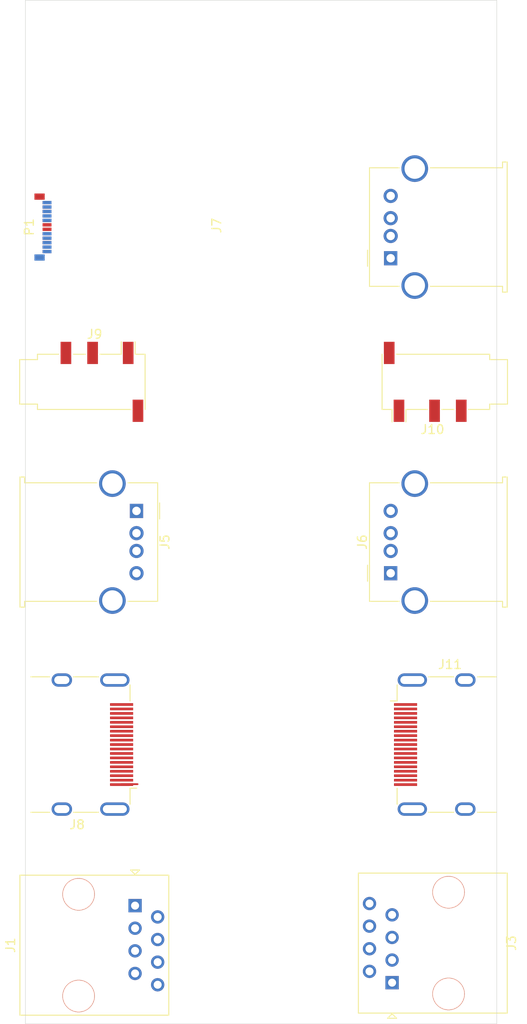
<source format=kicad_pcb>
(kicad_pcb (version 20241229) (generator "pcbnew") (generator_version "9.0")
  (layers (0 "F.Cu" signal) (4 "In1.Cu" signal) (6 "In2.Cu" signal) (2 "B.Cu" signal) (13 "F.Paste" user) (15 "B.Paste" user) (5 "F.SilkS" user "F.Silkscreen") (7 "B.SilkS" user "B.Silkscreen") (1 "F.Mask" user) (3 "B.Mask" user) (25 "Edge.Cuts" user))
  (net 0 "")
  (net 1 "Net-(J1-Pad6)")
  (net 2 "Net-(J1-Pad4)")
  (net 3 "Net-(J1-Pad5)")
  (net 4 "Net-(J1-Pad2)")
  (net 5 "Net-(J1-Pad1)")
  (net 6 "Net-(J1-Pad8)")
  (net 7 "Net-(J1-Pad7)")
  (net 8 "Net-(J1-Pad3)")
  (net 9 "Net-(J5-GND)")
  (net 10 "Net-(J5-Shield)")
  (net 11 "Net-(J5-VBUS)")
  (net 12 "Net-(J7-GND)")
  (net 13 "Net-(J7-VBUS)")
  (net 14 "Net-(J7-Shield)")
  (net 15 "Net-(J11-D2S)")
  (net 16 "Net-(J11-UTILITY)")
  (net 17 "Net-(J11-+5V)")
  (net 18 "Net-(J11-D0S)")
  (net 19 "Net-(J11-PadSH)")
  (net 20 "Net-(J11-CKS)")
  (net 21 "Net-(J11-SCL)")
  (net 22 "Net-(J11-HPD)")
  (net 23 "Net-(J11-GND)")
  (net 24 "Net-(J11-SDA)")
  (net 25 "Net-(J11-D1S)")
  (net 26 "Net-(J11-CEC)")
  (net 27 "Net-(J10-PadS)")
  (net 28 "Net-(J10-PadR2)")
  (net 29 "Net-(J10-PadR1)")
  (net 30 "Net-(J10-PadT)")
  (net 43 "/USB-A-USB-A-D+")
  (net 44 "/USB-A-USB-A-D-")
  (net 45 "/USB-C-USB-A-D+")
  (net 46 "/USB-C-USB-A-D-")
  (net 47 "/HDMI-D2+")
  (net 48 "/HDMI-D0-")
  (net 49 "/HDMI-CK+")
  (net 50 "/HDMI-D1-")
  (net 51 "/HDMI-CK-")
  (net 52 "/HDMI-D0+")
  (net 53 "/HDMI-D2-")
  (net 54 "/HDMI-D1+")
  (footprint "Connector_USB:USB_C_Plug_Molex_105444" (layer "F.Cu") (at 73.04 69.610708 -90)
    (property "Reference" "P1" (at 0 2.04 90) (layer "F.SilkS"))
    (property "Value" "USB_C_Plug")
    (pad "A1" smd rect (at -2.75 0.04 270) (size 0.38 1) (layers "F.Cu" "F.Mask" "F.Paste") (net 12 "Net-(J7-GND)"))
    (pad "A2" smd rect (at -2.25 0.04 270) (size 0.38 1) (layers "F.Cu" "F.Mask" "F.Paste"))
    (pad "A3" smd rect (at -1.75 0.04 270) (size 0.38 1) (layers "F.Cu" "F.Mask" "F.Paste"))
    (pad "A4" smd rect (at -1.25 0.04 270) (size 0.38 1) (layers "F.Cu" "F.Mask" "F.Paste") (net 13 "Net-(J7-VBUS)"))
    (pad "A5" smd rect (at -0.75 0.04 270) (size 0.38 1) (layers "F.Cu" "F.Mask" "F.Paste"))
    (pad "A6" smd rect (at -0.25 0.04 270) (size 0.38 1) (layers "F.Cu" "F.Mask" "F.Paste") (net 45 "/USB-C-USB-A-D+"))
    (pad "A7" smd rect (at 0.25 0.04 270) (size 0.38 1) (layers "F.Cu" "F.Mask" "F.Paste") (net 46 "/USB-C-USB-A-D-"))
    (pad "A8" smd rect (at 0.75 0.04 270) (size 0.38 1) (layers "F.Cu" "F.Mask" "F.Paste"))
    (pad "A9" smd rect (at 1.25 0.04 270) (size 0.38 1) (layers "F.Cu" "F.Mask" "F.Paste") (net 13 "Net-(J7-VBUS)"))
    (pad "A10" smd rect (at 1.75 0.04 270) (size 0.38 1) (layers "F.Cu" "F.Mask" "F.Paste"))
    (pad "A11" smd rect (at 2.25 0.04 270) (size 0.38 1) (layers "F.Cu" "F.Mask" "F.Paste"))
    (pad "A12" smd rect (at 2.75 0.04 270) (size 0.38 1) (layers "F.Cu" "F.Mask" "F.Paste") (net 12 "Net-(J7-GND)"))
    (pad "B1" smd rect (at 2.75 0.04 270) (size 0.38 1) (layers "B.Cu" "B.Mask" "B.Paste") (net 12 "Net-(J7-GND)"))
    (pad "B2" smd rect (at 2.25 0.04 270) (size 0.38 1) (layers "B.Cu" "B.Mask" "B.Paste"))
    (pad "B3" smd rect (at 1.75 0.04 270) (size 0.38 1) (layers "B.Cu" "B.Mask" "B.Paste"))
    (pad "B4" smd rect (at 1.25 0.04 270) (size 0.38 1) (layers "B.Cu" "B.Mask" "B.Paste") (net 13 "Net-(J7-VBUS)"))
    (pad "B5" smd rect (at 0.75 0.04 270) (size 0.38 1) (layers "B.Cu" "B.Mask" "B.Paste"))
    (pad "B8" smd rect (at -0.75 0.04 270) (size 0.38 1) (layers "B.Cu" "B.Mask" "B.Paste"))
    (pad "B9" smd rect (at -1.25 0.04 270) (size 0.38 1) (layers "B.Cu" "B.Mask" "B.Paste") (net 13 "Net-(J7-VBUS)"))
    (pad "B10" smd rect (at -1.75 0.04 270) (size 0.38 1) (layers "B.Cu" "B.Mask" "B.Paste"))
    (pad "B11" smd rect (at -2.25 0.04 270) (size 0.38 1) (layers "B.Cu" "B.Mask" "B.Paste"))
    (pad "B12" smd rect (at -2.75 0.04 270) (size 0.38 1) (layers "B.Cu" "B.Mask" "B.Paste") (net 12 "Net-(J7-GND)"))
    (pad "S1" smd rect (at -3.42 0.88 270) (size 0.7 1.15) (layers "F.Cu" "F.Mask" "F.Paste") (net 14 "Net-(J7-Shield)"))
    (pad "S1" smd rect (at 3.42 0.88 270) (size 0.7 1.15) (layers "B.Cu" "B.Mask" "B.Paste") (net 14 "Net-(J7-Shield)"))
  )
  (footprint "Connector_USB:USB_A_Molex_67643_Horizontal" (layer "F.Cu") (at 111.64 73.110708 90)
    (property "Reference" "J7" (at 3.6725 -19.56675 90) (layer "F.SilkS"))
    (property "Value" "USB_A")
    (fp_line (start -0.9 -2.6) (end 0.9 -2.6) (stroke (width 0.12)) (layer "F.SilkS"))
    (fp_line (start 10.16 -2.38) (end 10.16 0.95) (stroke (width 0.12)) (layer "F.SilkS"))
    (fp_line (start -3.16 -2.38) (end 10.16 -2.38) (stroke (width 0.12)) (layer "F.SilkS"))
    (fp_line (start -3.16 -2.38) (end -3.16 0.95) (stroke (width 0.12)) (layer "F.SilkS"))
    (fp_line (start 10.16 4.47) (end 10.16 12.58) (stroke (width 0.12)) (layer "F.SilkS"))
    (fp_line (start 10.81 12.58) (end 10.16 12.58) (stroke (width 0.12)) (layer "F.SilkS"))
    (fp_line (start -3.16 12.58) (end -3.16 4.47) (stroke (width 0.12)) (layer "F.SilkS"))
    (fp_line (start -3.16 12.58) (end -3.81 12.58) (stroke (width 0.12)) (layer "F.SilkS"))
    (fp_line (start -3.81 12.58) (end -3.81 13.1) (stroke (width 0.12)) (layer "F.SilkS"))
    (fp_line (start 10.81 13.1) (end 10.81 12.58) (stroke (width 0.12)) (layer "F.SilkS"))
    (fp_line (start -3.81 13.1) (end 10.81 13.1) (stroke (width 0.12)) (layer "F.SilkS"))
    (pad "1" thru_hole rect (at 0 0 90) (size 1.6 1.5) (drill 0.95) (layers "*.Cu" "*.Mask") (net 13 "Net-(J7-VBUS)"))
    (pad "2" thru_hole circle (at 2.5 0 90) (size 1.6 1.6) (drill 0.95) (layers "*.Cu" "*.Mask") (net 46 "/USB-C-USB-A-D-"))
    (pad "3" thru_hole circle (at 4.5 0 90) (size 1.6 1.6) (drill 0.95) (layers "*.Cu" "*.Mask") (net 45 "/USB-C-USB-A-D+"))
    (pad "4" thru_hole circle (at 7 0 90) (size 1.6 1.6) (drill 0.95) (layers "*.Cu" "*.Mask") (net 12 "Net-(J7-GND)"))
    (pad "5" thru_hole circle (at -3.07 2.71 90) (size 3 3) (drill 2.3) (layers "*.Cu" "*.Mask") (net 14 "Net-(J7-Shield)"))
    (pad "5" thru_hole circle (at 10.07 2.71 90) (size 3 3) (drill 2.3) (layers "*.Cu" "*.Mask") (net 14 "Net-(J7-Shield)"))
  )
  (footprint "Connector_USB:USB_A_Molex_67643_Horizontal" (layer "F.Cu") (at 111.64 108.5 90)
    (property "Reference" "J6" (at 3.5 -3.19 90) (layer "F.SilkS"))
    (property "Value" "USB_A")
    (fp_line (start -0.9 -2.6) (end 0.9 -2.6) (stroke (width 0.12)) (layer "F.SilkS"))
    (fp_line (start 10.16 -2.38) (end 10.16 0.95) (stroke (width 0.12)) (layer "F.SilkS"))
    (fp_line (start -3.16 -2.38) (end 10.16 -2.38) (stroke (width 0.12)) (layer "F.SilkS"))
    (fp_line (start -3.16 -2.38) (end -3.16 0.95) (stroke (width 0.12)) (layer "F.SilkS"))
    (fp_line (start 10.16 4.47) (end 10.16 12.58) (stroke (width 0.12)) (layer "F.SilkS"))
    (fp_line (start 10.81 12.58) (end 10.16 12.58) (stroke (width 0.12)) (layer "F.SilkS"))
    (fp_line (start -3.16 12.58) (end -3.16 4.47) (stroke (width 0.12)) (layer "F.SilkS"))
    (fp_line (start -3.16 12.58) (end -3.81 12.58) (stroke (width 0.12)) (layer "F.SilkS"))
    (fp_line (start -3.81 12.58) (end -3.81 13.1) (stroke (width 0.12)) (layer "F.SilkS"))
    (fp_line (start 10.81 13.1) (end 10.81 12.58) (stroke (width 0.12)) (layer "F.SilkS"))
    (fp_line (start -3.81 13.1) (end 10.81 13.1) (stroke (width 0.12)) (layer "F.SilkS"))
    (pad "1" thru_hole rect (at 0 0 90) (size 1.6 1.5) (drill 0.95) (layers "*.Cu" "*.Mask") (net 11 "Net-(J5-VBUS)"))
    (pad "2" thru_hole circle (at 2.5 0 90) (size 1.6 1.6) (drill 0.95) (layers "*.Cu" "*.Mask") (net 44 "/USB-A-USB-A-D-"))
    (pad "3" thru_hole circle (at 4.5 0 90) (size 1.6 1.6) (drill 0.95) (layers "*.Cu" "*.Mask") (net 43 "/USB-A-USB-A-D+"))
    (pad "4" thru_hole circle (at 7 0 90) (size 1.6 1.6) (drill 0.95) (layers "*.Cu" "*.Mask") (net 9 "Net-(J5-GND)"))
    (pad "5" thru_hole circle (at -3.07 2.71 90) (size 3 3) (drill 2.3) (layers "*.Cu" "*.Mask") (net 10 "Net-(J5-Shield)"))
    (pad "5" thru_hole circle (at 10.07 2.71 90) (size 3 3) (drill 2.3) (layers "*.Cu" "*.Mask") (net 10 "Net-(J5-Shield)"))
  )
  (footprint "Connector_Audio:Jack_3.5mm_PJ320D_Horizontal" (layer "F.Cu") (at 78.3 87)
    (property "Reference" "J9" (at 0.05 -5.35 0) (layer "F.SilkS"))
    (property "Value" "AudioJack4")
    (fp_line (start -8.375 -2.5) (end -8.375 2.5) (stroke (width 0.12)) (layer "F.SilkS"))
    (fp_line (start -6.375 -3.1) (end -6.375 -2.5) (stroke (width 0.12)) (layer "F.SilkS"))
    (fp_line (start -6.375 -3.1) (end -4 -3.1) (stroke (width 0.12)) (layer "F.SilkS"))
    (fp_line (start -6.375 -2.5) (end -8.375 -2.5) (stroke (width 0.12)) (layer "F.SilkS"))
    (fp_line (start -6.375 2.5) (end -8.375 2.5) (stroke (width 0.12)) (layer "F.SilkS"))
    (fp_line (start -6.375 2.5) (end -6.375 3.1) (stroke (width 0.12)) (layer "F.SilkS"))
    (fp_line (start -2.35 -3.1) (end -1 -3.1) (stroke (width 0.12)) (layer "F.SilkS"))
    (fp_line (start 0.65 -3.1) (end 3.05 -3.1) (stroke (width 0.12)) (layer "F.SilkS"))
    (fp_line (start 3.05 -3.1) (end 3.05 -4.5) (stroke (width 0.12)) (layer "F.SilkS"))
    (fp_line (start 4.15 3.1) (end -6.375 3.1) (stroke (width 0.12)) (layer "F.SilkS"))
    (fp_line (start 4.6 -3.1) (end 4.6 -4.5) (stroke (width 0.12)) (layer "F.SilkS"))
    (fp_line (start 4.6 -3.1) (end 5.725 -3.1) (stroke (width 0.12)) (layer "F.SilkS"))
    (fp_line (start 5.725 3.1) (end 5.725 -3.1) (stroke (width 0.12)) (layer "F.SilkS"))
    (pad "" np_thru_hole circle (at -4.775 0) (size 1.5 1.5) (drill 1.5) (layers "*.Cu" "*.Mask"))
    (pad "" np_thru_hole circle (at 2.225 0) (size 1.5 1.5) (drill 1.5) (layers "*.Cu" "*.Mask"))
    (pad "R1" smd rect (at -0.175 -3.25) (size 1.2 2.5) (layers "F.Cu" "F.Mask" "F.Paste") (net 29 "Net-(J10-PadR1)"))
    (pad "R2" smd rect (at -3.175 -3.25) (size 1.2 2.5) (layers "F.Cu" "F.Mask" "F.Paste") (net 28 "Net-(J10-PadR2)"))
    (pad "S" smd rect (at 4.925 3.25) (size 1.2 2.5) (layers "F.Cu" "F.Mask" "F.Paste") (net 27 "Net-(J10-PadS)"))
    (pad "T" smd rect (at 3.825 -3.25) (size 1.2 2.5) (layers "F.Cu" "F.Mask" "F.Paste") (net 30 "Net-(J10-PadT)"))
  )
  (footprint "Connector_RJ:RJ45_OST_PJ012-8P8CX_Vertical" (layer "F.Cu") (at 82.9 145.845 -90)
    (property "Reference" "J1" (at 4.45 14 90) (layer "F.SilkS"))
    (property "Value" "RJ45")
    (fp_line (start 12.31 12.95) (end -3.42 12.95) (stroke (width 0.12)) (layer "F.SilkS"))
    (fp_line (start -4 0.5) (end -3.5 0) (stroke (width 0.12)) (layer "F.SilkS"))
    (fp_line (start -3.5 0) (end -4 -0.5) (stroke (width 0.12)) (layer "F.SilkS"))
    (fp_line (start -4 -0.5) (end -4 0.5) (stroke (width 0.12)) (layer "F.SilkS"))
    (fp_line (start -3.42 -3.79) (end -3.42 12.95) (stroke (width 0.12)) (layer "F.SilkS"))
    (fp_line (start 12.3 -3.79) (end -3.42 -3.79) (stroke (width 0.12)) (layer "F.SilkS"))
    (fp_line (start 12.31 -3.79) (end 12.31 12.95) (stroke (width 0.12)) (layer "F.SilkS"))
    (pad "" np_thru_hole circle (at -1.27 6.35 270) (size 3.65 3.65) (drill 3.45) (layers "*.Cu" "*.SilkS" "*.Mask"))
    (pad "" np_thru_hole circle (at 10.16 6.35 270) (size 3.65 3.65) (drill 3.45) (layers "*.Cu" "*.SilkS" "*.Mask"))
    (pad "1" thru_hole rect (at 0 0 270) (size 1.5 1.5) (drill 0.9) (layers "*.Cu" "*.Mask") (net 5 "Net-(J1-Pad1)"))
    (pad "2" thru_hole circle (at 1.27 -2.54 270) (size 1.5 1.5) (drill 0.9) (layers "*.Cu" "*.Mask") (net 4 "Net-(J1-Pad2)"))
    (pad "3" thru_hole circle (at 2.54 0 270) (size 1.5 1.5) (drill 0.9) (layers "*.Cu" "*.Mask") (net 8 "Net-(J1-Pad3)"))
    (pad "4" thru_hole circle (at 3.81 -2.54 270) (size 1.5 1.5) (drill 0.9) (layers "*.Cu" "*.Mask") (net 2 "Net-(J1-Pad4)"))
    (pad "5" thru_hole circle (at 5.08 0 270) (size 1.5 1.5) (drill 0.9) (layers "*.Cu" "*.Mask") (net 3 "Net-(J1-Pad5)"))
    (pad "6" thru_hole circle (at 6.35 -2.54 270) (size 1.5 1.5) (drill 0.9) (layers "*.Cu" "*.Mask") (net 1 "Net-(J1-Pad6)"))
    (pad "7" thru_hole circle (at 7.62 0 270) (size 1.5 1.5) (drill 0.9) (layers "*.Cu" "*.Mask") (net 7 "Net-(J1-Pad7)"))
    (pad "8" thru_hole circle (at 8.89 -2.54 270) (size 1.5 1.5) (drill 0.9) (layers "*.Cu" "*.Mask") (net 6 "Net-(J1-Pad8)"))
  )
  (footprint "Connector_Video:HDMI_A_Molex_208658-1001_Horizontal" (layer "F.Cu") (at 116.6 127.75)
    (property "Reference" "J11" (at 1.715 -9 0) (layer "F.SilkS"))
    (property "Value" "HDMI_A")
    (fp_line (start -4.985 -4.9) (end -4.235 -4.9) (stroke (width 0.12)) (layer "F.SilkS"))
    (fp_line (start -4.235 -4.9) (end -4.235 -6.7) (stroke (width 0.12)) (layer "F.SilkS"))
    (fp_line (start -4.235 6.7) (end -4.235 4.9) (stroke (width 0.12)) (layer "F.SilkS"))
    (fp_line (start -0.685 -7.61) (end 2.115 -7.61) (stroke (width 0.12)) (layer "F.SilkS"))
    (fp_line (start -0.685 7.61) (end 2.115 7.61) (stroke (width 0.12)) (layer "F.SilkS"))
    (fp_line (start 4.815 -7.61) (end 6.915 -7.61) (stroke (width 0.12)) (layer "F.SilkS"))
    (fp_line (start 4.815 7.61) (end 6.915 7.61) (stroke (width 0.12)) (layer "F.SilkS"))
    (pad "1" smd rect (at -3.285 -4.5) (size 2.6 0.3) (layers "F.Cu" "F.Mask" "F.Paste") (net 47 "/HDMI-D2+"))
    (pad "2" smd rect (at -3.285 -4) (size 2.6 0.3) (layers "F.Cu" "F.Mask" "F.Paste") (net 15 "Net-(J11-D2S)"))
    (pad "3" smd rect (at -3.285 -3.5) (size 2.6 0.3) (layers "F.Cu" "F.Mask" "F.Paste") (net 53 "/HDMI-D2-"))
    (pad "4" smd rect (at -3.285 -3) (size 2.6 0.3) (layers "F.Cu" "F.Mask" "F.Paste") (net 54 "/HDMI-D1+"))
    (pad "5" smd rect (at -3.285 -2.5) (size 2.6 0.3) (layers "F.Cu" "F.Mask" "F.Paste") (net 25 "Net-(J11-D1S)"))
    (pad "6" smd rect (at -3.285 -2) (size 2.6 0.3) (layers "F.Cu" "F.Mask" "F.Paste") (net 50 "/HDMI-D1-"))
    (pad "7" smd rect (at -3.285 -1.5) (size 2.6 0.3) (layers "F.Cu" "F.Mask" "F.Paste") (net 52 "/HDMI-D0+"))
    (pad "8" smd rect (at -3.285 -1) (size 2.6 0.3) (layers "F.Cu" "F.Mask" "F.Paste") (net 18 "Net-(J11-D0S)"))
    (pad "9" smd rect (at -3.285 -0.5) (size 2.6 0.3) (layers "F.Cu" "F.Mask" "F.Paste") (net 48 "/HDMI-D0-"))
    (pad "10" smd rect (at -3.285 0) (size 2.6 0.3) (layers "F.Cu" "F.Mask" "F.Paste") (net 49 "/HDMI-CK+"))
    (pad "11" smd rect (at -3.285 0.5) (size 2.6 0.3) (layers "F.Cu" "F.Mask" "F.Paste") (net 20 "Net-(J11-CKS)"))
    (pad "12" smd rect (at -3.285 1) (size 2.6 0.3) (layers "F.Cu" "F.Mask" "F.Paste") (net 51 "/HDMI-CK-"))
    (pad "13" smd rect (at -3.285 1.5) (size 2.6 0.3) (layers "F.Cu" "F.Mask" "F.Paste") (net 26 "Net-(J11-CEC)"))
    (pad "14" smd rect (at -3.285 2) (size 2.6 0.3) (layers "F.Cu" "F.Mask" "F.Paste") (net 16 "Net-(J11-UTILITY)"))
    (pad "15" smd rect (at -3.285 2.5) (size 2.6 0.3) (layers "F.Cu" "F.Mask" "F.Paste") (net 21 "Net-(J11-SCL)"))
    (pad "16" smd rect (at -3.285 3) (size 2.6 0.3) (layers "F.Cu" "F.Mask" "F.Paste") (net 24 "Net-(J11-SDA)"))
    (pad "17" smd rect (at -3.285 3.5) (size 2.6 0.3) (layers "F.Cu" "F.Mask" "F.Paste") (net 23 "Net-(J11-GND)"))
    (pad "18" smd rect (at -3.285 4) (size 2.6 0.3) (layers "F.Cu" "F.Mask" "F.Paste") (net 17 "Net-(J11-+5V)"))
    (pad "19" smd rect (at -3.285 4.5) (size 2.6 0.3) (layers "F.Cu" "F.Mask" "F.Paste") (net 22 "Net-(J11-HPD)"))
    (pad "SH" thru_hole oval (at -2.525 -7.25) (size 3.3 1.5) (drill oval 2.7 0.9) (layers "*.Cu" "*.Mask") (net 19 "Net-(J11-PadSH)"))
    (pad "SH" thru_hole oval (at -2.525 7.25) (size 3.3 1.5) (drill oval 2.7 0.9) (layers "*.Cu" "*.Mask") (net 19 "Net-(J11-PadSH)"))
    (pad "SH" thru_hole oval (at 3.435 -7.25) (size 2.3 1.5) (drill oval 1.7 0.9) (layers "*.Cu" "*.Mask") (net 19 "Net-(J11-PadSH)"))
    (pad "SH" thru_hole oval (at 3.435 7.25) (size 2.3 1.5) (drill oval 1.7 0.9) (layers "*.Cu" "*.Mask") (net 19 "Net-(J11-PadSH)"))
  )
  (footprint "Connector_USB:USB_A_Molex_67643_Horizontal" (layer "F.Cu") (at 83.06 101.5 -90)
    (property "Reference" "J5" (at 3.5 -3.19 90) (layer "F.SilkS"))
    (property "Value" "USB_A")
    (fp_line (start -3.81 13.1) (end 10.81 13.1) (stroke (width 0.12)) (layer "F.SilkS"))
    (fp_line (start 10.81 13.1) (end 10.81 12.58) (stroke (width 0.12)) (layer "F.SilkS"))
    (fp_line (start -3.81 12.58) (end -3.81 13.1) (stroke (width 0.12)) (layer "F.SilkS"))
    (fp_line (start -3.16 12.58) (end -3.81 12.58) (stroke (width 0.12)) (layer "F.SilkS"))
    (fp_line (start -3.16 12.58) (end -3.16 4.47) (stroke (width 0.12)) (layer "F.SilkS"))
    (fp_line (start 10.81 12.58) (end 10.16 12.58) (stroke (width 0.12)) (layer "F.SilkS"))
    (fp_line (start 10.16 4.47) (end 10.16 12.58) (stroke (width 0.12)) (layer "F.SilkS"))
    (fp_line (start -3.16 -2.38) (end -3.16 0.95) (stroke (width 0.12)) (layer "F.SilkS"))
    (fp_line (start -3.16 -2.38) (end 10.16 -2.38) (stroke (width 0.12)) (layer "F.SilkS"))
    (fp_line (start 10.16 -2.38) (end 10.16 0.95) (stroke (width 0.12)) (layer "F.SilkS"))
    (fp_line (start -0.9 -2.6) (end 0.9 -2.6) (stroke (width 0.12)) (layer "F.SilkS"))
    (pad "1" thru_hole rect (at 0 0 270) (size 1.6 1.5) (drill 0.95) (layers "*.Cu" "*.Mask") (net 11 "Net-(J5-VBUS)"))
    (pad "2" thru_hole circle (at 2.5 0 270) (size 1.6 1.6) (drill 0.95) (layers "*.Cu" "*.Mask") (net 44 "/USB-A-USB-A-D-"))
    (pad "3" thru_hole circle (at 4.5 0 270) (size 1.6 1.6) (drill 0.95) (layers "*.Cu" "*.Mask") (net 43 "/USB-A-USB-A-D+"))
    (pad "4" thru_hole circle (at 7 0 270) (size 1.6 1.6) (drill 0.95) (layers "*.Cu" "*.Mask") (net 9 "Net-(J5-GND)"))
    (pad "5" thru_hole circle (at -3.07 2.71 270) (size 3 3) (drill 2.3) (layers "*.Cu" "*.Mask") (net 10 "Net-(J5-Shield)"))
    (pad "5" thru_hole circle (at 10.07 2.71 270) (size 3 3) (drill 2.3) (layers "*.Cu" "*.Mask") (net 10 "Net-(J5-Shield)"))
  )
  (footprint "Connector_RJ:RJ45_OST_PJ012-8P8CX_Vertical" (layer "F.Cu") (at 111.8 154.5 90)
    (property "Reference" "J3" (at 4.45 13.42675 90) (layer "F.SilkS"))
    (property "Value" "RJ45")
    (fp_line (start 12.31 -3.79) (end 12.31 12.95) (stroke (width 0.12)) (layer "F.SilkS"))
    (fp_line (start 12.3 -3.79) (end -3.42 -3.79) (stroke (width 0.12)) (layer "F.SilkS"))
    (fp_line (start -3.42 -3.79) (end -3.42 12.95) (stroke (width 0.12)) (layer "F.SilkS"))
    (fp_line (start -4 -0.5) (end -4 0.5) (stroke (width 0.12)) (layer "F.SilkS"))
    (fp_line (start -3.5 0) (end -4 -0.5) (stroke (width 0.12)) (layer "F.SilkS"))
    (fp_line (start -4 0.5) (end -3.5 0) (stroke (width 0.12)) (layer "F.SilkS"))
    (fp_line (start 12.31 12.95) (end -3.42 12.95) (stroke (width 0.12)) (layer "F.SilkS"))
    (pad "" np_thru_hole circle (at -1.27 6.35 90) (size 3.65 3.65) (drill 3.45) (layers "*.Cu" "*.SilkS" "*.Mask"))
    (pad "" np_thru_hole circle (at 10.16 6.35 90) (size 3.65 3.65) (drill 3.45) (layers "*.Cu" "*.SilkS" "*.Mask"))
    (pad "1" thru_hole rect (at 0 0 90) (size 1.5 1.5) (drill 0.9) (layers "*.Cu" "*.Mask") (net 5 "Net-(J1-Pad1)"))
    (pad "2" thru_hole circle (at 1.27 -2.54 90) (size 1.5 1.5) (drill 0.9) (layers "*.Cu" "*.Mask") (net 4 "Net-(J1-Pad2)"))
    (pad "3" thru_hole circle (at 2.54 0 90) (size 1.5 1.5) (drill 0.9) (layers "*.Cu" "*.Mask") (net 8 "Net-(J1-Pad3)"))
    (pad "4" thru_hole circle (at 3.81 -2.54 90) (size 1.5 1.5) (drill 0.9) (layers "*.Cu" "*.Mask") (net 2 "Net-(J1-Pad4)"))
    (pad "5" thru_hole circle (at 5.08 0 90) (size 1.5 1.5) (drill 0.9) (layers "*.Cu" "*.Mask") (net 3 "Net-(J1-Pad5)"))
    (pad "6" thru_hole circle (at 6.35 -2.54 90) (size 1.5 1.5) (drill 0.9) (layers "*.Cu" "*.Mask") (net 1 "Net-(J1-Pad6)"))
    (pad "7" thru_hole circle (at 7.62 0 90) (size 1.5 1.5) (drill 0.9) (layers "*.Cu" "*.Mask") (net 7 "Net-(J1-Pad7)"))
    (pad "8" thru_hole circle (at 8.89 -2.54 90) (size 1.5 1.5) (drill 0.9) (layers "*.Cu" "*.Mask") (net 6 "Net-(J1-Pad8)"))
  )
  (footprint "Connector_Video:HDMI_A_Molex_208658-1001_Horizontal" (layer "F.Cu") (at 78.1 127.75 180)
    (property "Reference" "J8" (at 1.715 -9 0) (layer "F.SilkS"))
    (property "Value" "HDMI_A")
    (fp_line (start 4.815 7.61) (end 6.915 7.61) (stroke (width 0.12)) (layer "F.SilkS"))
    (fp_line (start 4.815 -7.61) (end 6.915 -7.61) (stroke (width 0.12)) (layer "F.SilkS"))
    (fp_line (start -0.685 7.61) (end 2.115 7.61) (stroke (width 0.12)) (layer "F.SilkS"))
    (fp_line (start -0.685 -7.61) (end 2.115 -7.61) (stroke (width 0.12)) (layer "F.SilkS"))
    (fp_line (start -4.235 6.7) (end -4.235 4.9) (stroke (width 0.12)) (layer "F.SilkS"))
    (fp_line (start -4.235 -4.9) (end -4.235 -6.7) (stroke (width 0.12)) (layer "F.SilkS"))
    (fp_line (start -4.985 -4.9) (end -4.235 -4.9) (stroke (width 0.12)) (layer "F.SilkS"))
    (pad "1" smd rect (at -3.285 -4.5 180) (size 2.6 0.3) (layers "F.Cu" "F.Mask" "F.Paste") (net 47 "/HDMI-D2+"))
    (pad "2" smd rect (at -3.285 -4 180) (size 2.6 0.3) (layers "F.Cu" "F.Mask" "F.Paste") (net 15 "Net-(J11-D2S)"))
    (pad "3" smd rect (at -3.285 -3.5 180) (size 2.6 0.3) (layers "F.Cu" "F.Mask" "F.Paste") (net 53 "/HDMI-D2-"))
    (pad "4" smd rect (at -3.285 -3 180) (size 2.6 0.3) (layers "F.Cu" "F.Mask" "F.Paste") (net 54 "/HDMI-D1+"))
    (pad "5" smd rect (at -3.285 -2.5 180) (size 2.6 0.3) (layers "F.Cu" "F.Mask" "F.Paste") (net 25 "Net-(J11-D1S)"))
    (pad "6" smd rect (at -3.285 -2 180) (size 2.6 0.3) (layers "F.Cu" "F.Mask" "F.Paste") (net 50 "/HDMI-D1-"))
    (pad "7" smd rect (at -3.285 -1.5 180) (size 2.6 0.3) (layers "F.Cu" "F.Mask" "F.Paste") (net 52 "/HDMI-D0+"))
    (pad "8" smd rect (at -3.285 -1 180) (size 2.6 0.3) (layers "F.Cu" "F.Mask" "F.Paste") (net 18 "Net-(J11-D0S)"))
    (pad "9" smd rect (at -3.285 -0.5 180) (size 2.6 0.3) (layers "F.Cu" "F.Mask" "F.Paste") (net 48 "/HDMI-D0-"))
    (pad "10" smd rect (at -3.285 0 180) (size 2.6 0.3) (layers "F.Cu" "F.Mask" "F.Paste") (net 49 "/HDMI-CK+"))
    (pad "11" smd rect (at -3.285 0.5 180) (size 2.6 0.3) (layers "F.Cu" "F.Mask" "F.Paste") (net 20 "Net-(J11-CKS)"))
    (pad "12" smd rect (at -3.285 1 180) (size 2.6 0.3) (layers "F.Cu" "F.Mask" "F.Paste") (net 51 "/HDMI-CK-"))
    (pad "13" smd rect (at -3.285 1.5 180) (size 2.6 0.3) (layers "F.Cu" "F.Mask" "F.Paste") (net 26 "Net-(J11-CEC)"))
    (pad "14" smd rect (at -3.285 2 180) (size 2.6 0.3) (layers "F.Cu" "F.Mask" "F.Paste") (net 16 "Net-(J11-UTILITY)"))
    (pad "15" smd rect (at -3.285 2.5 180) (size 2.6 0.3) (layers "F.Cu" "F.Mask" "F.Paste") (net 21 "Net-(J11-SCL)"))
    (pad "16" smd rect (at -3.285 3 180) (size 2.6 0.3) (layers "F.Cu" "F.Mask" "F.Paste") (net 24 "Net-(J11-SDA)"))
    (pad "17" smd rect (at -3.285 3.5 180) (size 2.6 0.3) (layers "F.Cu" "F.Mask" "F.Paste") (net 23 "Net-(J11-GND)"))
    (pad "18" smd rect (at -3.285 4 180) (size 2.6 0.3) (layers "F.Cu" "F.Mask" "F.Paste") (net 17 "Net-(J11-+5V)"))
    (pad "19" smd rect (at -3.285 4.5 180) (size 2.6 0.3) (layers "F.Cu" "F.Mask" "F.Paste") (net 22 "Net-(J11-HPD)"))
    (pad "SH" thru_hole oval (at -2.525 -7.25 180) (size 3.3 1.5) (drill oval 2.7 0.9) (layers "*.Cu" "*.Mask") (net 19 "Net-(J11-PadSH)"))
    (pad "SH" thru_hole oval (at -2.525 7.25 180) (size 3.3 1.5) (drill oval 2.7 0.9) (layers "*.Cu" "*.Mask") (net 19 "Net-(J11-PadSH)"))
    (pad "SH" thru_hole oval (at 3.435 -7.25 180) (size 2.3 1.5) (drill oval 1.7 0.9) (layers "*.Cu" "*.Mask") (net 19 "Net-(J11-PadSH)"))
    (pad "SH" thru_hole oval (at 3.435 7.25 180) (size 2.3 1.5) (drill oval 1.7 0.9) (layers "*.Cu" "*.Mask") (net 19 "Net-(J11-PadSH)"))
  )
  (footprint "Connector_Audio:Jack_3.5mm_PJ320D_Horizontal" (layer "F.Cu") (at 116.4 87 180)
    (property "Reference" "J10" (at 0.05 -5.35 0) (layer "F.SilkS"))
    (property "Value" "AudioJack4")
    (fp_line (start 5.725 3.1) (end 5.725 -3.1) (stroke (width 0.12)) (layer "F.SilkS"))
    (fp_line (start 4.6 -3.1) (end 5.725 -3.1) (stroke (width 0.12)) (layer "F.SilkS"))
    (fp_line (start 4.6 -3.1) (end 4.6 -4.5) (stroke (width 0.12)) (layer "F.SilkS"))
    (fp_line (start 4.15 3.1) (end -6.375 3.1) (stroke (width 0.12)) (layer "F.SilkS"))
    (fp_line (start 3.05 -3.1) (end 3.05 -4.5) (stroke (width 0.12)) (layer "F.SilkS"))
    (fp_line (start 0.65 -3.1) (end 3.05 -3.1) (stroke (width 0.12)) (layer "F.SilkS"))
    (fp_line (start -2.35 -3.1) (end -1 -3.1) (stroke (width 0.12)) (layer "F.SilkS"))
    (fp_line (start -6.375 2.5) (end -6.375 3.1) (stroke (width 0.12)) (layer "F.SilkS"))
    (fp_line (start -6.375 2.5) (end -8.375 2.5) (stroke (width 0.12)) (layer "F.SilkS"))
    (fp_line (start -6.375 -2.5) (end -8.375 -2.5) (stroke (width 0.12)) (layer "F.SilkS"))
    (fp_line (start -6.375 -3.1) (end -4 -3.1) (stroke (width 0.12)) (layer "F.SilkS"))
    (fp_line (start -6.375 -3.1) (end -6.375 -2.5) (stroke (width 0.12)) (layer "F.SilkS"))
    (fp_line (start -8.375 -2.5) (end -8.375 2.5) (stroke (width 0.12)) (layer "F.SilkS"))
    (pad "" np_thru_hole circle (at -4.775 0 180) (size 1.5 1.5) (drill 1.5) (layers "*.Cu" "*.Mask"))
    (pad "" np_thru_hole circle (at 2.225 0 180) (size 1.5 1.5) (drill 1.5) (layers "*.Cu" "*.Mask"))
    (pad "R1" smd rect (at -0.175 -3.25 180) (size 1.2 2.5) (layers "F.Cu" "F.Mask" "F.Paste") (net 29 "Net-(J10-PadR1)"))
    (pad "R2" smd rect (at -3.175 -3.25 180) (size 1.2 2.5) (layers "F.Cu" "F.Mask" "F.Paste") (net 28 "Net-(J10-PadR2)"))
    (pad "S" smd rect (at 4.925 3.25 180) (size 1.2 2.5) (layers "F.Cu" "F.Mask" "F.Paste") (net 27 "Net-(J10-PadS)"))
    (pad "T" smd rect (at 3.825 -3.25 180) (size 1.2 2.5) (layers "F.Cu" "F.Mask" "F.Paste") (net 30 "Net-(J10-PadT)"))
  )
  (gr_rect (start 70.57 44.125) (end 123.57 159.125) (stroke (width 0.05)) (fill no) (layer "Edge.Cuts"))
  (segment (start 80.235 132.25) (end 80.185 132.2) (width 0.2) (layer "F.Cu") (net 47))
  (segment (start 83.179897 132.2) (end 81.435 132.2) (width 0.2) (layer "F.Cu") (net 47))
  (segment (start 81.385 132.25) (end 80.235 132.25) (width 0.2) (layer "F.Cu") (net 47))
  (segment (start 81.385 132.25) (end 81.335 132.2) (width 0.2) (layer "F.Cu") (net 47))
  (segment (start 81.435 132.2) (end 81.385 132.25) (width 0.2) (layer "F.Cu") (net 47))
  (segment (start 81.385 128.25) (end 81.435 128.3) (width 0.2) (layer "F.Cu") (net 48))
  (segment (start 81.385 129.25) (end 81.435 129.2) (width 0.2) (layer "F.Cu") (net 52))
  (segment (start 80.235 131.25) (end 80.185 131.3) (width 0.2) (layer "F.Cu") (net 53))
  (segment (start 81.385 131.25) (end 80.235 131.25) (width 0.2) (layer "F.Cu") (net 53))
  (segment (start 81.385 131.25) (end 81.335 131.3) (width 0.2) (layer "F.Cu") (net 53))
)
</source>
